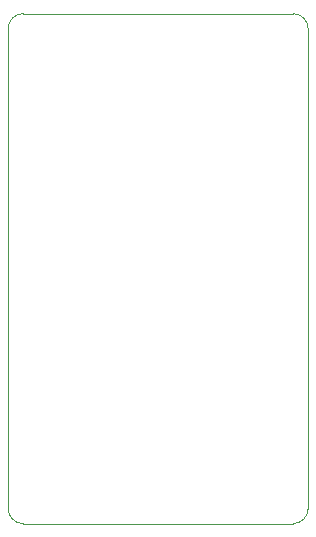
<source format=gm1>
G04*
G04 #@! TF.GenerationSoftware,Altium Limited,Altium Designer,18.0.12 (696)*
G04*
G04 Layer_Color=16711935*
%FSLAX25Y25*%
%MOIN*%
G70*
G01*
G75*
%ADD11C,0.00394*%
D11*
X100000Y105000D02*
G03*
X105000Y100000I5000J0D01*
G01*
X195000D02*
G03*
X200000Y105000I0J5000D01*
G01*
Y265000D02*
G03*
X195000Y270000I-5000J0D01*
G01*
X105000D02*
G03*
X100000Y265000I0J-5000D01*
G01*
X105000Y100000D02*
X195000D01*
X100000Y105000D02*
Y265000D01*
X105000Y270000D02*
X195000Y270000D01*
X200000Y105000D02*
X200000Y265000D01*
M02*

</source>
